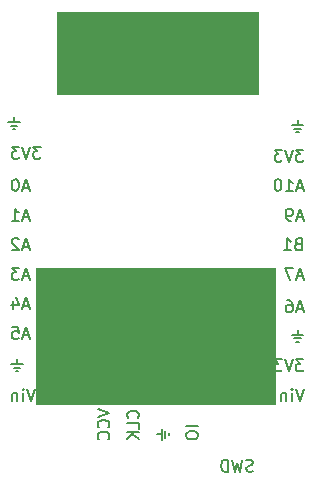
<source format=gbr>
G04 #@! TF.GenerationSoftware,KiCad,Pcbnew,5.1.2-1.fc30*
G04 #@! TF.CreationDate,2019-06-09T13:39:02+09:00*
G04 #@! TF.ProjectId,driver,64726976-6572-42e6-9b69-6361645f7063,rev?*
G04 #@! TF.SameCoordinates,Original*
G04 #@! TF.FileFunction,Legend,Bot*
G04 #@! TF.FilePolarity,Positive*
%FSLAX46Y46*%
G04 Gerber Fmt 4.6, Leading zero omitted, Abs format (unit mm)*
G04 Created by KiCad (PCBNEW 5.1.2-1.fc30) date 2019-06-09 13:39:02*
%MOMM*%
%LPD*%
G04 APERTURE LIST*
%ADD10C,0.100000*%
%ADD11C,0.150000*%
G04 APERTURE END LIST*
D10*
G36*
X154000000Y-62500000D02*
G01*
X137000000Y-62500000D01*
X137000000Y-55500000D01*
X154000000Y-55500000D01*
X154000000Y-62500000D01*
G37*
X154000000Y-62500000D02*
X137000000Y-62500000D01*
X137000000Y-55500000D01*
X154000000Y-55500000D01*
X154000000Y-62500000D01*
G36*
X155500000Y-88750000D02*
G01*
X135250000Y-88750000D01*
X135250000Y-77250000D01*
X155500000Y-77250000D01*
X155500000Y-88750000D01*
G37*
X155500000Y-88750000D02*
X135250000Y-88750000D01*
X135250000Y-77250000D01*
X155500000Y-77250000D01*
X155500000Y-88750000D01*
D11*
X153607142Y-94404761D02*
X153464285Y-94452380D01*
X153226190Y-94452380D01*
X153130952Y-94404761D01*
X153083333Y-94357142D01*
X153035714Y-94261904D01*
X153035714Y-94166666D01*
X153083333Y-94071428D01*
X153130952Y-94023809D01*
X153226190Y-93976190D01*
X153416666Y-93928571D01*
X153511904Y-93880952D01*
X153559523Y-93833333D01*
X153607142Y-93738095D01*
X153607142Y-93642857D01*
X153559523Y-93547619D01*
X153511904Y-93500000D01*
X153416666Y-93452380D01*
X153178571Y-93452380D01*
X153035714Y-93500000D01*
X152702380Y-93452380D02*
X152464285Y-94452380D01*
X152273809Y-93738095D01*
X152083333Y-94452380D01*
X151845238Y-93452380D01*
X151464285Y-94452380D02*
X151464285Y-93452380D01*
X151226190Y-93452380D01*
X151083333Y-93500000D01*
X150988095Y-93595238D01*
X150940476Y-93690476D01*
X150892857Y-93880952D01*
X150892857Y-94023809D01*
X150940476Y-94214285D01*
X150988095Y-94309523D01*
X151083333Y-94404761D01*
X151226190Y-94452380D01*
X151464285Y-94452380D01*
X148952380Y-90616785D02*
X147952380Y-90616785D01*
X147952380Y-91283452D02*
X147952380Y-91473928D01*
X148000000Y-91569166D01*
X148095238Y-91664404D01*
X148285714Y-91712023D01*
X148619047Y-91712023D01*
X148809523Y-91664404D01*
X148904761Y-91569166D01*
X148952380Y-91473928D01*
X148952380Y-91283452D01*
X148904761Y-91188214D01*
X148809523Y-91092976D01*
X148619047Y-91045357D01*
X148285714Y-91045357D01*
X148095238Y-91092976D01*
X148000000Y-91188214D01*
X147952380Y-91283452D01*
X145880952Y-90807261D02*
X145880952Y-91759642D01*
X146166666Y-90997738D02*
X146166666Y-91569166D01*
X145452380Y-91283452D02*
X145880952Y-91283452D01*
X146452380Y-91378690D02*
X146452380Y-91188214D01*
X143857142Y-89902500D02*
X143904761Y-89854880D01*
X143952380Y-89712023D01*
X143952380Y-89616785D01*
X143904761Y-89473928D01*
X143809523Y-89378690D01*
X143714285Y-89331071D01*
X143523809Y-89283452D01*
X143380952Y-89283452D01*
X143190476Y-89331071D01*
X143095238Y-89378690D01*
X143000000Y-89473928D01*
X142952380Y-89616785D01*
X142952380Y-89712023D01*
X143000000Y-89854880D01*
X143047619Y-89902500D01*
X143952380Y-90807261D02*
X143952380Y-90331071D01*
X142952380Y-90331071D01*
X143952380Y-91140595D02*
X142952380Y-91140595D01*
X143952380Y-91712023D02*
X143380952Y-91283452D01*
X142952380Y-91712023D02*
X143523809Y-91140595D01*
X140452380Y-89140595D02*
X141452380Y-89473928D01*
X140452380Y-89807261D01*
X141357142Y-90712023D02*
X141404761Y-90664404D01*
X141452380Y-90521547D01*
X141452380Y-90426309D01*
X141404761Y-90283452D01*
X141309523Y-90188214D01*
X141214285Y-90140595D01*
X141023809Y-90092976D01*
X140880952Y-90092976D01*
X140690476Y-90140595D01*
X140595238Y-90188214D01*
X140500000Y-90283452D01*
X140452380Y-90426309D01*
X140452380Y-90521547D01*
X140500000Y-90664404D01*
X140547619Y-90712023D01*
X141357142Y-91712023D02*
X141404761Y-91664404D01*
X141452380Y-91521547D01*
X141452380Y-91426309D01*
X141404761Y-91283452D01*
X141309523Y-91188214D01*
X141214285Y-91140595D01*
X141023809Y-91092976D01*
X140880952Y-91092976D01*
X140690476Y-91140595D01*
X140595238Y-91188214D01*
X140500000Y-91283452D01*
X140452380Y-91426309D01*
X140452380Y-91521547D01*
X140500000Y-91664404D01*
X140547619Y-91712023D01*
X157907261Y-87452380D02*
X157573928Y-88452380D01*
X157240595Y-87452380D01*
X156907261Y-88452380D02*
X156907261Y-87785714D01*
X156907261Y-87452380D02*
X156954880Y-87500000D01*
X156907261Y-87547619D01*
X156859642Y-87500000D01*
X156907261Y-87452380D01*
X156907261Y-87547619D01*
X156431071Y-87785714D02*
X156431071Y-88452380D01*
X156431071Y-87880952D02*
X156383452Y-87833333D01*
X156288214Y-87785714D01*
X156145357Y-87785714D01*
X156050119Y-87833333D01*
X156002500Y-87928571D01*
X156002500Y-88452380D01*
X157859642Y-84952380D02*
X157240595Y-84952380D01*
X157573928Y-85333333D01*
X157431071Y-85333333D01*
X157335833Y-85380952D01*
X157288214Y-85428571D01*
X157240595Y-85523809D01*
X157240595Y-85761904D01*
X157288214Y-85857142D01*
X157335833Y-85904761D01*
X157431071Y-85952380D01*
X157716785Y-85952380D01*
X157812023Y-85904761D01*
X157859642Y-85857142D01*
X156954880Y-84952380D02*
X156621547Y-85952380D01*
X156288214Y-84952380D01*
X156050119Y-84952380D02*
X155431071Y-84952380D01*
X155764404Y-85333333D01*
X155621547Y-85333333D01*
X155526309Y-85380952D01*
X155478690Y-85428571D01*
X155431071Y-85523809D01*
X155431071Y-85761904D01*
X155478690Y-85857142D01*
X155526309Y-85904761D01*
X155621547Y-85952380D01*
X155907261Y-85952380D01*
X156002500Y-85904761D01*
X156050119Y-85857142D01*
X157859642Y-82880952D02*
X156907261Y-82880952D01*
X157669166Y-83166666D02*
X157097738Y-83166666D01*
X157383452Y-82452380D02*
X157383452Y-82880952D01*
X157288214Y-83452380D02*
X157478690Y-83452380D01*
X157812023Y-80666666D02*
X157335833Y-80666666D01*
X157907261Y-80952380D02*
X157573928Y-79952380D01*
X157240595Y-80952380D01*
X156478690Y-79952380D02*
X156669166Y-79952380D01*
X156764404Y-80000000D01*
X156812023Y-80047619D01*
X156907261Y-80190476D01*
X156954880Y-80380952D01*
X156954880Y-80761904D01*
X156907261Y-80857142D01*
X156859642Y-80904761D01*
X156764404Y-80952380D01*
X156573928Y-80952380D01*
X156478690Y-80904761D01*
X156431071Y-80857142D01*
X156383452Y-80761904D01*
X156383452Y-80523809D01*
X156431071Y-80428571D01*
X156478690Y-80380952D01*
X156573928Y-80333333D01*
X156764404Y-80333333D01*
X156859642Y-80380952D01*
X156907261Y-80428571D01*
X156954880Y-80523809D01*
X157812023Y-77916666D02*
X157335833Y-77916666D01*
X157907261Y-78202380D02*
X157573928Y-77202380D01*
X157240595Y-78202380D01*
X157002500Y-77202380D02*
X156335833Y-77202380D01*
X156764404Y-78202380D01*
X157431071Y-75178571D02*
X157288214Y-75226190D01*
X157240595Y-75273809D01*
X157192976Y-75369047D01*
X157192976Y-75511904D01*
X157240595Y-75607142D01*
X157288214Y-75654761D01*
X157383452Y-75702380D01*
X157764404Y-75702380D01*
X157764404Y-74702380D01*
X157431071Y-74702380D01*
X157335833Y-74750000D01*
X157288214Y-74797619D01*
X157240595Y-74892857D01*
X157240595Y-74988095D01*
X157288214Y-75083333D01*
X157335833Y-75130952D01*
X157431071Y-75178571D01*
X157764404Y-75178571D01*
X156240595Y-75702380D02*
X156812023Y-75702380D01*
X156526309Y-75702380D02*
X156526309Y-74702380D01*
X156621547Y-74845238D01*
X156716785Y-74940476D01*
X156812023Y-74988095D01*
X157812023Y-72916666D02*
X157335833Y-72916666D01*
X157907261Y-73202380D02*
X157573928Y-72202380D01*
X157240595Y-73202380D01*
X156859642Y-73202380D02*
X156669166Y-73202380D01*
X156573928Y-73154761D01*
X156526309Y-73107142D01*
X156431071Y-72964285D01*
X156383452Y-72773809D01*
X156383452Y-72392857D01*
X156431071Y-72297619D01*
X156478690Y-72250000D01*
X156573928Y-72202380D01*
X156764404Y-72202380D01*
X156859642Y-72250000D01*
X156907261Y-72297619D01*
X156954880Y-72392857D01*
X156954880Y-72630952D01*
X156907261Y-72726190D01*
X156859642Y-72773809D01*
X156764404Y-72821428D01*
X156573928Y-72821428D01*
X156478690Y-72773809D01*
X156431071Y-72726190D01*
X156383452Y-72630952D01*
X157812023Y-70416666D02*
X157335833Y-70416666D01*
X157907261Y-70702380D02*
X157573928Y-69702380D01*
X157240595Y-70702380D01*
X156383452Y-70702380D02*
X156954880Y-70702380D01*
X156669166Y-70702380D02*
X156669166Y-69702380D01*
X156764404Y-69845238D01*
X156859642Y-69940476D01*
X156954880Y-69988095D01*
X155764404Y-69702380D02*
X155669166Y-69702380D01*
X155573928Y-69750000D01*
X155526309Y-69797619D01*
X155478690Y-69892857D01*
X155431071Y-70083333D01*
X155431071Y-70321428D01*
X155478690Y-70511904D01*
X155526309Y-70607142D01*
X155573928Y-70654761D01*
X155669166Y-70702380D01*
X155764404Y-70702380D01*
X155859642Y-70654761D01*
X155907261Y-70607142D01*
X155954880Y-70511904D01*
X156002500Y-70321428D01*
X156002500Y-70083333D01*
X155954880Y-69892857D01*
X155907261Y-69797619D01*
X155859642Y-69750000D01*
X155764404Y-69702380D01*
X157859642Y-67202380D02*
X157240595Y-67202380D01*
X157573928Y-67583333D01*
X157431071Y-67583333D01*
X157335833Y-67630952D01*
X157288214Y-67678571D01*
X157240595Y-67773809D01*
X157240595Y-68011904D01*
X157288214Y-68107142D01*
X157335833Y-68154761D01*
X157431071Y-68202380D01*
X157716785Y-68202380D01*
X157812023Y-68154761D01*
X157859642Y-68107142D01*
X156954880Y-67202380D02*
X156621547Y-68202380D01*
X156288214Y-67202380D01*
X156050119Y-67202380D02*
X155431071Y-67202380D01*
X155764404Y-67583333D01*
X155621547Y-67583333D01*
X155526309Y-67630952D01*
X155478690Y-67678571D01*
X155431071Y-67773809D01*
X155431071Y-68011904D01*
X155478690Y-68107142D01*
X155526309Y-68154761D01*
X155621547Y-68202380D01*
X155907261Y-68202380D01*
X156002500Y-68154761D01*
X156050119Y-68107142D01*
X157859642Y-65130952D02*
X156907261Y-65130952D01*
X157669166Y-65416666D02*
X157097738Y-65416666D01*
X157383452Y-64702380D02*
X157383452Y-65130952D01*
X157288214Y-65702380D02*
X157478690Y-65702380D01*
X135140357Y-87452380D02*
X134807023Y-88452380D01*
X134473690Y-87452380D01*
X134140357Y-88452380D02*
X134140357Y-87785714D01*
X134140357Y-87452380D02*
X134187976Y-87500000D01*
X134140357Y-87547619D01*
X134092738Y-87500000D01*
X134140357Y-87452380D01*
X134140357Y-87547619D01*
X133664166Y-87785714D02*
X133664166Y-88452380D01*
X133664166Y-87880952D02*
X133616547Y-87833333D01*
X133521309Y-87785714D01*
X133378452Y-87785714D01*
X133283214Y-87833333D01*
X133235595Y-87928571D01*
X133235595Y-88452380D01*
X134092738Y-85380952D02*
X133140357Y-85380952D01*
X133902261Y-85666666D02*
X133330833Y-85666666D01*
X133616547Y-84952380D02*
X133616547Y-85380952D01*
X133521309Y-85952380D02*
X133711785Y-85952380D01*
X134616547Y-82916666D02*
X134140357Y-82916666D01*
X134711785Y-83202380D02*
X134378452Y-82202380D01*
X134045119Y-83202380D01*
X133235595Y-82202380D02*
X133711785Y-82202380D01*
X133759404Y-82678571D01*
X133711785Y-82630952D01*
X133616547Y-82583333D01*
X133378452Y-82583333D01*
X133283214Y-82630952D01*
X133235595Y-82678571D01*
X133187976Y-82773809D01*
X133187976Y-83011904D01*
X133235595Y-83107142D01*
X133283214Y-83154761D01*
X133378452Y-83202380D01*
X133616547Y-83202380D01*
X133711785Y-83154761D01*
X133759404Y-83107142D01*
X134616547Y-80416666D02*
X134140357Y-80416666D01*
X134711785Y-80702380D02*
X134378452Y-79702380D01*
X134045119Y-80702380D01*
X133283214Y-80035714D02*
X133283214Y-80702380D01*
X133521309Y-79654761D02*
X133759404Y-80369047D01*
X133140357Y-80369047D01*
X134616547Y-77916666D02*
X134140357Y-77916666D01*
X134711785Y-78202380D02*
X134378452Y-77202380D01*
X134045119Y-78202380D01*
X133807023Y-77202380D02*
X133187976Y-77202380D01*
X133521309Y-77583333D01*
X133378452Y-77583333D01*
X133283214Y-77630952D01*
X133235595Y-77678571D01*
X133187976Y-77773809D01*
X133187976Y-78011904D01*
X133235595Y-78107142D01*
X133283214Y-78154761D01*
X133378452Y-78202380D01*
X133664166Y-78202380D01*
X133759404Y-78154761D01*
X133807023Y-78107142D01*
X134616547Y-75416666D02*
X134140357Y-75416666D01*
X134711785Y-75702380D02*
X134378452Y-74702380D01*
X134045119Y-75702380D01*
X133759404Y-74797619D02*
X133711785Y-74750000D01*
X133616547Y-74702380D01*
X133378452Y-74702380D01*
X133283214Y-74750000D01*
X133235595Y-74797619D01*
X133187976Y-74892857D01*
X133187976Y-74988095D01*
X133235595Y-75130952D01*
X133807023Y-75702380D01*
X133187976Y-75702380D01*
X134616547Y-72916666D02*
X134140357Y-72916666D01*
X134711785Y-73202380D02*
X134378452Y-72202380D01*
X134045119Y-73202380D01*
X133187976Y-73202380D02*
X133759404Y-73202380D01*
X133473690Y-73202380D02*
X133473690Y-72202380D01*
X133568928Y-72345238D01*
X133664166Y-72440476D01*
X133759404Y-72488095D01*
X134616547Y-70416666D02*
X134140357Y-70416666D01*
X134711785Y-70702380D02*
X134378452Y-69702380D01*
X134045119Y-70702380D01*
X133521309Y-69702380D02*
X133426071Y-69702380D01*
X133330833Y-69750000D01*
X133283214Y-69797619D01*
X133235595Y-69892857D01*
X133187976Y-70083333D01*
X133187976Y-70321428D01*
X133235595Y-70511904D01*
X133283214Y-70607142D01*
X133330833Y-70654761D01*
X133426071Y-70702380D01*
X133521309Y-70702380D01*
X133616547Y-70654761D01*
X133664166Y-70607142D01*
X133711785Y-70511904D01*
X133759404Y-70321428D01*
X133759404Y-70083333D01*
X133711785Y-69892857D01*
X133664166Y-69797619D01*
X133616547Y-69750000D01*
X133521309Y-69702380D01*
X135616547Y-66952380D02*
X134997500Y-66952380D01*
X135330833Y-67333333D01*
X135187976Y-67333333D01*
X135092738Y-67380952D01*
X135045119Y-67428571D01*
X134997500Y-67523809D01*
X134997500Y-67761904D01*
X135045119Y-67857142D01*
X135092738Y-67904761D01*
X135187976Y-67952380D01*
X135473690Y-67952380D01*
X135568928Y-67904761D01*
X135616547Y-67857142D01*
X134711785Y-66952380D02*
X134378452Y-67952380D01*
X134045119Y-66952380D01*
X133807023Y-66952380D02*
X133187976Y-66952380D01*
X133521309Y-67333333D01*
X133378452Y-67333333D01*
X133283214Y-67380952D01*
X133235595Y-67428571D01*
X133187976Y-67523809D01*
X133187976Y-67761904D01*
X133235595Y-67857142D01*
X133283214Y-67904761D01*
X133378452Y-67952380D01*
X133664166Y-67952380D01*
X133759404Y-67904761D01*
X133807023Y-67857142D01*
X133842738Y-64880952D02*
X132890357Y-64880952D01*
X133652261Y-65166666D02*
X133080833Y-65166666D01*
X133366547Y-64452380D02*
X133366547Y-64880952D01*
X133271309Y-65452380D02*
X133461785Y-65452380D01*
M02*

</source>
